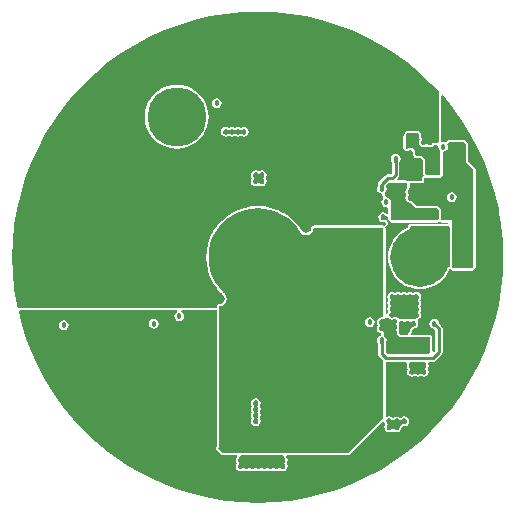
<source format=gbr>
G04 Layer_Physical_Order=4*
G04 Layer_Color=16711680*
%FSLAX25Y25*%
%MOIN*%
%TF.FileFunction,Copper,L4,Bot,Signal*%
%TF.Part,Single*%
G01*
G75*
%ADD26C,0.01000*%
%TA.AperFunction,ConnectorPad*%
%ADD31C,0.19685*%
%TA.AperFunction,ViaPad*%
%ADD32C,0.01800*%
%TA.AperFunction,ConnectorPad*%
G04:AMPARAMS|DCode=37|XSize=472.44mil|YSize=433.07mil|CornerRadius=64.96mil|HoleSize=0mil|Usage=FLASHONLY|Rotation=60.000|XOffset=0mil|YOffset=0mil|HoleType=Round|Shape=RoundedRectangle|*
%AMROUNDEDRECTD37*
21,1,0.47244,0.30315,0,0,60.0*
21,1,0.34252,0.43307,0,0,60.0*
1,1,0.12992,0.21690,0.07253*
1,1,0.12992,0.04564,-0.22410*
1,1,0.12992,-0.21690,-0.07253*
1,1,0.12992,-0.04564,0.22410*
%
%ADD37ROUNDEDRECTD37*%
%TA.AperFunction,ConnectorPad*%
%ADD38C,0.31890*%
G36*
X139346Y73834D02*
X139638Y73638D01*
X139834Y73346D01*
X139903Y73000D01*
X139834Y72655D01*
X139681Y72425D01*
X139566Y72149D01*
Y71851D01*
X139680Y71575D01*
X139834Y71346D01*
X139903Y71000D01*
X139834Y70655D01*
X139681Y70425D01*
X139566Y70149D01*
Y69851D01*
X139680Y69575D01*
X139834Y69345D01*
X139903Y69000D01*
X139834Y68655D01*
X139681Y68425D01*
X139566Y68149D01*
Y67851D01*
X139680Y67575D01*
X139834Y67345D01*
X139903Y67000D01*
X139834Y66654D01*
X139638Y66362D01*
X139237Y66094D01*
X139198Y66077D01*
X139145Y66024D01*
X139082Y65982D01*
X139040Y65920D01*
X138987Y65867D01*
X138644Y65554D01*
X138000Y65682D01*
X137356Y65554D01*
X137275Y65500D01*
X136725D01*
X136644Y65554D01*
X136000Y65682D01*
X135356Y65554D01*
X135275Y65500D01*
X134725D01*
X134644Y65554D01*
X134000Y65682D01*
X133725Y65628D01*
X133338Y65578D01*
X133136Y65842D01*
X133111Y65866D01*
X133047Y65949D01*
X133041Y65958D01*
X132978Y66000D01*
X132925Y66053D01*
X132855Y66082D01*
X132793Y66124D01*
X132719Y66138D01*
X132659Y66163D01*
X132425Y66320D01*
X132149Y66434D01*
X131851D01*
X131575Y66320D01*
X131345Y66166D01*
X131000Y66097D01*
X130655Y66166D01*
X130362Y66362D01*
X130320Y66425D01*
X130266Y66478D01*
X130225Y66541D01*
X130179Y66626D01*
X130093Y66847D01*
X130094Y67098D01*
X130115Y67169D01*
X130138Y67216D01*
X130140Y67243D01*
X130151Y67269D01*
X130166Y67345D01*
X130319Y67575D01*
X130434Y67851D01*
Y68149D01*
X130320Y68425D01*
X130166Y68655D01*
X130097Y69000D01*
X130166Y69345D01*
X130319Y69575D01*
X130434Y69851D01*
Y70149D01*
X130320Y70425D01*
X130166Y70654D01*
X130097Y71000D01*
X130166Y71345D01*
X130319Y71575D01*
X130434Y71851D01*
Y72149D01*
X130320Y72425D01*
X130166Y72654D01*
X130097Y73000D01*
X130166Y73346D01*
X130362Y73638D01*
X130655Y73834D01*
X131000Y73903D01*
X131345Y73834D01*
X131575Y73681D01*
X131851Y73566D01*
X132149D01*
X132425Y73680D01*
X132655Y73834D01*
X133000Y73903D01*
X133345Y73834D01*
X133575Y73681D01*
X133851Y73566D01*
X134149D01*
X134425Y73680D01*
X134654Y73834D01*
X135000Y73903D01*
X135345Y73834D01*
X135575Y73681D01*
X135851Y73566D01*
X136149D01*
X136425Y73680D01*
X136654Y73834D01*
X137000Y73903D01*
X137345Y73834D01*
X137575Y73681D01*
X137851Y73566D01*
X138149D01*
X138425Y73680D01*
X138654Y73834D01*
X139000Y73903D01*
X139346Y73834D01*
D02*
G37*
G36*
X88336Y102422D02*
X90435Y102004D01*
X92462Y101316D01*
X94381Y100370D01*
X96161Y99181D01*
X97770Y97770D01*
X99181Y96161D01*
X100130Y94740D01*
X100160Y94759D01*
X100491Y94264D01*
X101318Y93712D01*
X102293Y93518D01*
X103269Y93712D01*
X104096Y94264D01*
X104648Y95091D01*
X104829Y96000D01*
X128000D01*
Y66477D01*
X127998Y66475D01*
X127653Y66192D01*
X127642Y66188D01*
X127612Y66167D01*
X127575Y66171D01*
X127564Y66170D01*
X127500Y66182D01*
X126856Y66054D01*
X126730Y65970D01*
X126730Y65970D01*
X126310Y65690D01*
X125946Y65144D01*
X125818Y64500D01*
X125946Y63856D01*
X126142Y63563D01*
X126168Y63500D01*
X126142Y63437D01*
X125946Y63144D01*
X125818Y62500D01*
X125946Y61856D01*
X126030Y61730D01*
X126030Y61730D01*
X126310Y61310D01*
X126856Y60946D01*
X127160Y60885D01*
X127334Y60542D01*
X127124Y60108D01*
X126856Y60054D01*
X126310Y59690D01*
X125946Y59144D01*
X125818Y58500D01*
X125946Y57856D01*
X126222Y57443D01*
X126225Y57392D01*
Y54000D01*
X126322Y53512D01*
X126599Y53099D01*
X128000Y51698D01*
Y32500D01*
X116500Y21000D01*
X74500D01*
X73000Y22500D01*
X73331Y22831D01*
Y69843D01*
X74307Y70037D01*
X75134Y70590D01*
X75686Y71417D01*
X75880Y72392D01*
X75686Y73368D01*
X75354Y73864D01*
X75348Y73874D01*
X75348Y73874D01*
X75134Y74195D01*
X75065Y74252D01*
X75065Y74252D01*
X74632Y74632D01*
X73221Y76241D01*
X72032Y78020D01*
X71085Y79940D01*
X70397Y81966D01*
X69980Y84065D01*
X69840Y86201D01*
X69980Y88336D01*
X70397Y90435D01*
X71085Y92462D01*
X72032Y94381D01*
X73221Y96161D01*
X74632Y97770D01*
X76241Y99181D01*
X78020Y100370D01*
X79940Y101316D01*
X81966Y102004D01*
X84065Y102422D01*
X86201Y102562D01*
X88336Y102422D01*
D02*
G37*
G36*
X129810Y65810D02*
X130356Y65446D01*
X131000Y65318D01*
X131644Y65446D01*
X132000Y65684D01*
X132356Y65446D01*
X132500Y65417D01*
Y64725D01*
X132446Y64644D01*
X132318Y64000D01*
X132446Y63356D01*
X132500Y63275D01*
Y62725D01*
X132446Y62644D01*
X132318Y62000D01*
X132446Y61356D01*
X132500Y61275D01*
Y60500D01*
X133000Y60000D01*
X133500Y59500D01*
X143500D01*
Y58500D01*
Y54500D01*
X143000Y54000D01*
X129302D01*
X128774Y54528D01*
Y55000D01*
Y57437D01*
X129054Y57856D01*
X129182Y58500D01*
X129054Y59144D01*
X128690Y59690D01*
X128240Y59990D01*
X128325Y60296D01*
X128329Y60353D01*
X128347Y60407D01*
X128340Y60500D01*
X128347Y60593D01*
X128329Y60647D01*
X128325Y60704D01*
X128237Y61022D01*
X128182Y61130D01*
X128136Y61243D01*
X128115Y61263D01*
X128103Y61288D01*
X128011Y61368D01*
X127925Y61453D01*
X127898Y61465D01*
X127876Y61483D01*
X127761Y61521D01*
X127649Y61568D01*
X127155Y61666D01*
X126862Y61862D01*
X126666Y62155D01*
X126597Y62500D01*
X126666Y62845D01*
X126820Y63075D01*
X126820Y63075D01*
X126820Y63075D01*
Y63075D01*
X126829Y63099D01*
X126934Y63351D01*
Y63649D01*
D01*
Y63649D01*
X126839Y63877D01*
X126820Y63925D01*
Y63925D01*
X126820Y63925D01*
X126820Y63925D01*
X126666Y64154D01*
X126597Y64500D01*
X126666Y64846D01*
X126862Y65138D01*
X127155Y65334D01*
X127515Y65406D01*
X127539Y65399D01*
X127650Y65410D01*
X127763D01*
X127798Y65424D01*
X127836Y65428D01*
X127935Y65481D01*
X128038Y65524D01*
X128065Y65551D01*
X128099Y65569D01*
X128485Y65886D01*
X128509Y65915D01*
X128541Y65936D01*
X128583Y66000D01*
X129684D01*
X129810Y65810D01*
D02*
G37*
G36*
X136000Y110868D02*
Y109316D01*
X136000Y109316D01*
X135810Y109190D01*
X135446Y108644D01*
X135318Y108000D01*
X135446Y107356D01*
X135642Y107063D01*
X135668Y107000D01*
X135642Y106937D01*
X135446Y106644D01*
X135318Y106000D01*
X135446Y105356D01*
X135530Y105230D01*
X135530Y105230D01*
X135810Y104810D01*
X136356Y104446D01*
X137000Y104318D01*
X137152Y104348D01*
X137152Y104348D01*
X138776Y102724D01*
X138776Y102724D01*
X139000Y102500D01*
X145925D01*
X145994Y102486D01*
X146053Y102447D01*
X146447Y102053D01*
X146486Y101994D01*
X146500Y101925D01*
X146500D01*
X146500Y101925D01*
Y99000D01*
X146000Y98500D01*
X131000D01*
X130500Y99000D01*
Y103775D01*
X130554Y103856D01*
X130682Y104500D01*
X130554Y105144D01*
X130190Y105690D01*
X129644Y106054D01*
X129397Y106103D01*
X128500Y107000D01*
Y107684D01*
X128690Y107810D01*
X129054Y108356D01*
X129182Y109000D01*
X129054Y109644D01*
X128795Y110033D01*
X129762Y111000D01*
X135555D01*
X136000Y110868D01*
D02*
G37*
G36*
X151132Y136024D02*
X154252Y131671D01*
X157080Y127123D01*
X159605Y122400D01*
X161815Y117521D01*
X163701Y112509D01*
X165256Y107384D01*
X166472Y102168D01*
X166697Y100809D01*
X167208Y97715D01*
X167345Y96884D01*
X167870Y91554D01*
X168045Y86201D01*
X167870Y80848D01*
X167345Y75518D01*
X166472Y70234D01*
X165256Y65018D01*
X163701Y59893D01*
X161815Y54880D01*
X159605Y50002D01*
X157080Y45279D01*
X154252Y40731D01*
X151132Y36377D01*
X147734Y32237D01*
X144073Y28328D01*
X140164Y24667D01*
X136024Y21269D01*
X131671Y18150D01*
X127123Y15322D01*
X122400Y12797D01*
X117521Y10587D01*
X112509Y8700D01*
X107384Y7145D01*
X102168Y5929D01*
X96884Y5057D01*
X91554Y4532D01*
X86201Y4357D01*
X80848Y4532D01*
X75518Y5057D01*
X70234Y5929D01*
X65018Y7145D01*
X59893Y8700D01*
X54880Y10587D01*
X50002Y12797D01*
X45279Y15322D01*
X44419Y15856D01*
X43000Y16739D01*
X40731Y18150D01*
X36377Y21269D01*
X32237Y24667D01*
X28328Y28328D01*
X24667Y32237D01*
X21269Y36377D01*
X18150Y40731D01*
X15322Y45279D01*
X12797Y50002D01*
X10587Y54880D01*
X8700Y59893D01*
X7145Y65018D01*
X6446Y68018D01*
X6491Y68174D01*
X6847Y68500D01*
X59192D01*
X59241Y68365D01*
X59275Y68000D01*
X58810Y67690D01*
X58446Y67144D01*
X58318Y66500D01*
X58446Y65856D01*
X58810Y65310D01*
X59356Y64946D01*
X60000Y64818D01*
X60644Y64946D01*
X61190Y65310D01*
X61554Y65856D01*
X61682Y66500D01*
X61554Y67144D01*
X61190Y67690D01*
X60725Y68000D01*
X60759Y68365D01*
X60808Y68500D01*
X72567D01*
Y55500D01*
Y23148D01*
X72459Y23041D01*
X72294Y22793D01*
X72235Y22500D01*
X72294Y22207D01*
X72459Y21959D01*
X73959Y20459D01*
X74207Y20293D01*
X74500Y20235D01*
X78967D01*
X79124Y20144D01*
X79129Y20137D01*
X79310Y19690D01*
X79030Y19270D01*
X79030Y19270D01*
X78946Y19144D01*
X78818Y18500D01*
X78946Y17856D01*
X79142Y17563D01*
X79168Y17500D01*
X79142Y17437D01*
X78946Y17144D01*
X78818Y16500D01*
X78946Y15856D01*
X79030Y15730D01*
X79030Y15730D01*
X79310Y15310D01*
X79856Y14946D01*
X80500Y14818D01*
X81144Y14946D01*
X81437Y15142D01*
X81500Y15168D01*
X81563Y15142D01*
X81856Y14946D01*
X82500Y14818D01*
X83144Y14946D01*
X83437Y15142D01*
X83500Y15168D01*
X83563Y15142D01*
X83856Y14946D01*
X84500Y14818D01*
X85144Y14946D01*
X85437Y15142D01*
X85500Y15168D01*
X85563Y15142D01*
X85856Y14946D01*
X86500Y14818D01*
X87144Y14946D01*
X87437Y15142D01*
X87500Y15168D01*
X87563Y15142D01*
X87856Y14946D01*
X88500Y14818D01*
X89144Y14946D01*
X89437Y15142D01*
X89500Y15168D01*
X89563Y15142D01*
X89856Y14946D01*
X90500Y14818D01*
X91144Y14946D01*
X91437Y15142D01*
X91500Y15168D01*
X91563Y15142D01*
X91856Y14946D01*
X92500Y14818D01*
X93144Y14946D01*
X93437Y15142D01*
X93500Y15168D01*
X93563Y15142D01*
X93856Y14946D01*
X94500Y14818D01*
X95144Y14946D01*
X95270Y15030D01*
X95270Y15030D01*
X95690Y15310D01*
X96054Y15856D01*
X96182Y16500D01*
X96054Y17144D01*
X95858Y17437D01*
X95832Y17500D01*
X95858Y17563D01*
X96054Y17856D01*
X96182Y18500D01*
X96054Y19144D01*
X95970Y19270D01*
X95970Y19270D01*
X95690Y19690D01*
X95871Y20137D01*
X95876Y20143D01*
X96033Y20235D01*
X116500D01*
X116500Y20235D01*
X116793Y20293D01*
X117041Y20459D01*
X117041Y20459D01*
X127744Y31162D01*
X127857Y31202D01*
X127893Y31207D01*
D01*
X128361Y31126D01*
X128389Y31103D01*
X128396Y31068D01*
X128410Y31033D01*
X128416Y31005D01*
X128416Y31005D01*
X128446Y30856D01*
X128530Y30730D01*
X128530Y30730D01*
X128530Y30730D01*
X128642Y30563D01*
X128668Y30500D01*
X128642Y30437D01*
X128446Y30144D01*
X128318Y29500D01*
X128446Y28856D01*
X128530Y28730D01*
X128530Y28730D01*
X128810Y28310D01*
X129356Y27946D01*
X130000Y27818D01*
X130644Y27946D01*
X130857Y28089D01*
X131213Y28262D01*
X131250Y28275D01*
X131287Y28262D01*
X131643Y28089D01*
X131856Y27946D01*
X132005Y27916D01*
X132005Y27916D01*
X132500Y27818D01*
X133144Y27946D01*
X133270Y28030D01*
X133270Y28030D01*
X133690Y28310D01*
X134054Y28856D01*
X134172Y29447D01*
X134174Y29453D01*
X134185Y29505D01*
X134224Y29541D01*
X134237Y29557D01*
X134592Y29875D01*
X134615Y29890D01*
X134642Y29889D01*
X135000Y29818D01*
X135644Y29946D01*
X135770Y30030D01*
X135770Y30030D01*
X136190Y30310D01*
X136554Y30856D01*
X136682Y31500D01*
X136554Y32144D01*
X136470Y32270D01*
X136470Y32270D01*
X136190Y32690D01*
X135644Y33054D01*
X135000Y33182D01*
X134356Y33054D01*
X134143Y32912D01*
X133787Y32737D01*
X133750Y32725D01*
X133713Y32737D01*
X133357Y32912D01*
X133144Y33054D01*
X132995Y33084D01*
X132995Y33084D01*
X132500Y33182D01*
X131856Y33054D01*
X131643Y32912D01*
X131287Y32737D01*
X131250Y32725D01*
X131213Y32737D01*
X130857Y32912D01*
X130644Y33054D01*
X130495Y33084D01*
X130495Y33084D01*
X130000Y33182D01*
X129356Y33054D01*
X129324Y33033D01*
X129321Y33032D01*
X129293Y33021D01*
X129263Y33001D01*
X129227Y33004D01*
X128849Y33261D01*
D01*
X128836Y33277D01*
X128765Y33411D01*
Y51032D01*
X129000Y51226D01*
X135584D01*
X135591Y51223D01*
X135739Y51118D01*
D01*
X135989Y50764D01*
X135989Y50763D01*
X135993Y50727D01*
X135972Y50697D01*
X135970Y50691D01*
X135967Y50676D01*
X135946Y50644D01*
X135818Y50000D01*
X135946Y49356D01*
X136142Y49063D01*
X136168Y49000D01*
X136142Y48937D01*
X135946Y48644D01*
X135818Y48000D01*
X135946Y47356D01*
X136030Y47230D01*
X136030Y47230D01*
X136310Y46810D01*
X136856Y46446D01*
X137500Y46318D01*
X138144Y46446D01*
X138437Y46642D01*
X138500Y46668D01*
X138563Y46642D01*
X138856Y46446D01*
X139500Y46318D01*
X140144Y46446D01*
X140437Y46642D01*
X140500Y46668D01*
X140563Y46642D01*
X140856Y46446D01*
X141500Y46318D01*
X142144Y46446D01*
X142270Y46530D01*
X142270Y46530D01*
X142690Y46810D01*
X143054Y47356D01*
X143182Y48000D01*
X143054Y48644D01*
X142858Y48937D01*
X142832Y49000D01*
X142858Y49063D01*
X143054Y49356D01*
X143182Y50000D01*
X143054Y50644D01*
X143033Y50676D01*
X143030Y50691D01*
X143027Y50697D01*
X143007Y50727D01*
X143011Y50764D01*
X143261Y51118D01*
D01*
X143409Y51223D01*
X143416Y51226D01*
X144500D01*
X144988Y51323D01*
X145401Y51599D01*
X147401Y53599D01*
X147678Y54012D01*
X147775Y54500D01*
Y62500D01*
X147678Y62988D01*
X147401Y63401D01*
X146669Y64133D01*
X146652Y64155D01*
X146554Y64644D01*
X146190Y65190D01*
X145644Y65554D01*
X145000Y65682D01*
X144356Y65554D01*
X143810Y65190D01*
X143446Y64644D01*
X143318Y64000D01*
X143446Y63356D01*
X143810Y62810D01*
X144356Y62446D01*
X144843Y62349D01*
X144882Y62315D01*
X145226Y61972D01*
Y55028D01*
X144765Y54567D01*
X144265Y54774D01*
Y59500D01*
X144207Y59793D01*
X144041Y60041D01*
X143793Y60207D01*
X143500Y60265D01*
X137533D01*
X137376Y60356D01*
X137371Y60363D01*
X137190Y60810D01*
X137470Y61230D01*
X137470Y61230D01*
X137554Y61356D01*
X137682Y62000D01*
X138000Y62318D01*
X138000Y62318D01*
X138644Y62446D01*
X138770Y62530D01*
X138770Y62530D01*
X139190Y62810D01*
X139554Y63356D01*
X139682Y64000D01*
X139554Y64644D01*
X139473Y64766D01*
X139446Y64831D01*
X139445Y64831D01*
X139507Y65264D01*
X139584Y65380D01*
X139644Y65446D01*
X140190Y65810D01*
X140554Y66356D01*
X140682Y67000D01*
X140554Y67644D01*
X140358Y67937D01*
X140332Y68000D01*
X140358Y68063D01*
X140554Y68356D01*
X140682Y69000D01*
X140554Y69644D01*
X140358Y69937D01*
X140332Y70000D01*
X140358Y70063D01*
X140554Y70356D01*
X140682Y71000D01*
X140554Y71644D01*
X140358Y71937D01*
X140332Y72000D01*
X140358Y72063D01*
X140554Y72356D01*
X140682Y73000D01*
X140554Y73644D01*
X140531Y73679D01*
X140470Y73770D01*
D01*
D01*
X140470Y73770D01*
X140190Y74190D01*
X139644Y74554D01*
X139000Y74682D01*
X138356Y74554D01*
X138063Y74358D01*
X138000Y74332D01*
X137937Y74358D01*
X137644Y74554D01*
X137000Y74682D01*
X136356Y74554D01*
X136063Y74358D01*
X136000Y74332D01*
X135937Y74358D01*
X135644Y74554D01*
X135000Y74682D01*
X134356Y74554D01*
X134063Y74358D01*
X134000Y74332D01*
X133937Y74358D01*
X133644Y74554D01*
X133000Y74682D01*
X132356Y74554D01*
X132063Y74358D01*
X132000Y74332D01*
X131937Y74358D01*
X131644Y74554D01*
X131000Y74682D01*
X130356Y74554D01*
X130230Y74470D01*
X130230Y74470D01*
X129810Y74190D01*
X129446Y73644D01*
X129318Y73000D01*
X129446Y72356D01*
X129642Y72063D01*
X129668Y72000D01*
X129642Y71937D01*
X129446Y71644D01*
X129318Y71000D01*
X129446Y70356D01*
X129642Y70063D01*
X129668Y70000D01*
X129642Y69937D01*
X129446Y69644D01*
X129318Y69000D01*
X129446Y68356D01*
X129642Y68063D01*
X129668Y68000D01*
X129642Y67937D01*
X129446Y67644D01*
X129410Y67465D01*
X129379Y67409D01*
X129307Y67355D01*
X129072Y67251D01*
X128926Y67217D01*
X128843Y67219D01*
X128765Y67265D01*
D01*
Y96000D01*
X128733Y96161D01*
Y96161D01*
X128761Y96180D01*
X129311Y96730D01*
X129314Y96733D01*
X129317Y96736D01*
X129396Y96857D01*
X129477Y96978D01*
X129478Y96982D01*
X129480Y96986D01*
X129507Y97128D01*
X129535Y97271D01*
X129534Y97275D01*
X129535Y97279D01*
X129530Y97724D01*
X129501Y97860D01*
X129476Y97996D01*
X129427Y98122D01*
X129380Y98195D01*
X129346Y98274D01*
X129299Y98319D01*
X129265Y98373D01*
X129194Y98422D01*
X129132Y98482D01*
X128991Y98573D01*
X128857Y98627D01*
X128841Y98633D01*
X128828Y98647D01*
X128745Y98872D01*
X128708Y98868D01*
X128609Y98816D01*
X128505Y98773D01*
X128345Y98666D01*
X128000Y98597D01*
X127655Y98666D01*
X127362Y98862D01*
X127166Y99155D01*
X127097Y99500D01*
X127166Y99845D01*
X127362Y100138D01*
X127655Y100334D01*
X128000Y100403D01*
X128346Y100334D01*
X128656Y100127D01*
X128731Y100065D01*
X128811Y99985D01*
X128846Y99971D01*
X128875Y99947D01*
X128982Y99914D01*
X129086Y99871D01*
X129124D01*
X129160Y99860D01*
X129235Y99867D01*
X129285Y99862D01*
X129673Y99564D01*
X129673Y99554D01*
X129735Y99528D01*
Y99000D01*
X129735Y99000D01*
X129794Y98707D01*
X129959Y98459D01*
X130459Y97959D01*
X130671Y97818D01*
X130707Y97794D01*
X131000Y97735D01*
X146000D01*
X146000Y97735D01*
X146293Y97794D01*
X146541Y97959D01*
X146580Y97998D01*
X147083Y97959D01*
X147156Y97910D01*
X147220Y97850D01*
X147279Y97828D01*
X147331Y97794D01*
X147417Y97776D01*
X147499Y97745D01*
X147562Y97747D01*
X147624Y97735D01*
X149439D01*
X149563Y97526D01*
X149374Y97211D01*
X137123D01*
X137086Y97204D01*
X137048Y97208D01*
X136941Y97175D01*
X136830Y97153D01*
X136799Y97132D01*
X136762Y97121D01*
X136676Y97050D01*
X136582Y96987D01*
X136561Y96956D01*
X136532Y96932D01*
X136404Y96775D01*
X136352Y96678D01*
X136290Y96587D01*
X136145Y96244D01*
X136129Y96168D01*
X136100Y96096D01*
X136085Y96022D01*
Y95947D01*
X136085Y95947D01*
X135412Y95668D01*
X133991Y94797D01*
X133945Y94758D01*
X133945Y94758D01*
X132723Y93714D01*
X131640Y92446D01*
X130769Y91025D01*
X130131Y89484D01*
X129742Y87863D01*
X129611Y86201D01*
X129742Y84539D01*
X130131Y82917D01*
X130769Y81377D01*
X131640Y79955D01*
X131679Y79910D01*
X131679Y79910D01*
X132723Y78688D01*
X133991Y77605D01*
X135412Y76734D01*
X136953Y76096D01*
X138574Y75706D01*
X140236Y75576D01*
X141898Y75706D01*
X143520Y76096D01*
X145060Y76734D01*
X146482Y77605D01*
X146527Y77644D01*
X146527Y77644D01*
X147749Y78688D01*
X148832Y79955D01*
X149703Y81377D01*
X149726Y81433D01*
X149726Y81433D01*
X149973Y82028D01*
X150004Y82075D01*
X150010Y82089D01*
X150025Y82096D01*
X150069Y82129D01*
X150134Y82145D01*
X150140Y82148D01*
X150148Y82149D01*
X150212Y82166D01*
X150286Y82171D01*
X150406Y82203D01*
X150528Y82227D01*
X150538Y82234D01*
X150813Y81959D01*
X151061Y81793D01*
X151354Y81735D01*
X157500Y81735D01*
X157500Y81735D01*
X157793Y81793D01*
X158041Y81959D01*
X158541Y82459D01*
X158706Y82707D01*
X158765Y83000D01*
Y100636D01*
Y103500D01*
Y115500D01*
X158706Y115793D01*
X158541Y116041D01*
X158541Y116041D01*
X156265Y118317D01*
Y124000D01*
X156265Y124000D01*
X156207Y124293D01*
X156041Y124541D01*
X155541Y125041D01*
X155293Y125206D01*
X155000Y125265D01*
X149888D01*
X149595Y125206D01*
X149347Y125041D01*
X148804Y124498D01*
X148781Y124463D01*
X148644Y124554D01*
X148000Y124682D01*
X147753Y124633D01*
X147265Y125046D01*
Y139986D01*
X147619Y140126D01*
X147765Y140128D01*
X151132Y136024D01*
D02*
G37*
G36*
X150235Y96093D02*
X150235Y82934D01*
X150087Y82924D01*
X149949Y82887D01*
X149811Y82853D01*
X149676Y82789D01*
X149571Y82711D01*
X149461Y82638D01*
X149451Y82623D01*
X149436Y82612D01*
X149368Y82499D01*
X149295Y82390D01*
X149020Y81725D01*
X148212Y80406D01*
X147207Y79230D01*
X146031Y78225D01*
X144712Y77417D01*
X143283Y76825D01*
X141778Y76464D01*
X140236Y76343D01*
X138694Y76464D01*
X137190Y76825D01*
X135761Y77417D01*
X134442Y78225D01*
X133265Y79230D01*
X132261Y80406D01*
X131453Y81725D01*
X130860Y83154D01*
X130499Y84659D01*
X130378Y86201D01*
X130499Y87743D01*
X130860Y89247D01*
X131453Y90676D01*
X132261Y91995D01*
X133265Y93172D01*
X134442Y94176D01*
X135761Y94985D01*
X136378Y95240D01*
X136440Y95282D01*
X136510Y95311D01*
X136563Y95364D01*
X136626Y95406D01*
X136668Y95468D01*
X136721Y95522D01*
X136750Y95591D01*
X136792Y95654D01*
X136806Y95728D01*
X136835Y95797D01*
Y95873D01*
X136850Y95947D01*
X136995Y96290D01*
X137123Y96447D01*
X149882D01*
X150235Y96093D01*
D02*
G37*
G36*
X141941Y51172D02*
X141959Y51156D01*
X142140Y50956D01*
X142239Y50801D01*
X142250Y50689D01*
Y50576D01*
X142264Y50541D01*
X142268Y50503D01*
X142321Y50405D01*
X142323Y50398D01*
X142403Y50000D01*
X142334Y49655D01*
X142181Y49425D01*
X142066Y49149D01*
Y48851D01*
X142180Y48575D01*
X142334Y48345D01*
X142403Y48000D01*
X142334Y47655D01*
X142138Y47362D01*
X141846Y47166D01*
X141500Y47097D01*
X141155Y47166D01*
X140925Y47319D01*
X140649Y47434D01*
X140351D01*
X140075Y47319D01*
X139846Y47166D01*
X139500Y47097D01*
X139155Y47166D01*
X138925Y47319D01*
X138649Y47434D01*
X138351D01*
X138075Y47319D01*
X137846Y47166D01*
X137500Y47097D01*
X137154Y47166D01*
X136862Y47362D01*
X136666Y47655D01*
X136597Y48000D01*
X136666Y48345D01*
X136820Y48575D01*
X136934Y48851D01*
Y49149D01*
X136820Y49425D01*
X136666Y49655D01*
X136597Y50000D01*
X136677Y50398D01*
X136679Y50404D01*
X136732Y50503D01*
X136736Y50541D01*
X136750Y50576D01*
Y50689D01*
X136761Y50801D01*
X136860Y50956D01*
X137041Y51156D01*
X137058Y51172D01*
X137155Y51226D01*
X141845D01*
X141941Y51172D01*
D02*
G37*
G36*
X135345Y32334D02*
X135638Y32138D01*
X135834Y31845D01*
X135903Y31500D01*
X135834Y31155D01*
X135638Y30862D01*
X135345Y30666D01*
X135000Y30597D01*
X134763Y30645D01*
X134709D01*
X134656Y30658D01*
X134561Y30645D01*
X134465D01*
X134414Y30624D01*
X134361Y30616D01*
X134278Y30567D01*
X134189Y30530D01*
X134151Y30492D01*
X134104Y30464D01*
X133671Y30077D01*
X133613Y30000D01*
X133545Y29932D01*
X133524Y29882D01*
X133492Y29839D01*
X133468Y29746D01*
X133431Y29657D01*
Y29642D01*
X133334Y29155D01*
X133138Y28862D01*
X132845Y28666D01*
X132500Y28597D01*
X132155Y28666D01*
X132068Y28724D01*
X132020Y28744D01*
X131979Y28775D01*
X131586Y28967D01*
X131540Y28980D01*
X131498Y29004D01*
X131397Y29018D01*
X131298Y29044D01*
X131250Y29037D01*
X131202Y29044D01*
X131103Y29018D01*
X131002Y29004D01*
X130960Y28980D01*
X130914Y28967D01*
X130521Y28775D01*
X130480Y28744D01*
X130432Y28724D01*
X130345Y28666D01*
X130000Y28597D01*
X129655Y28666D01*
X129362Y28862D01*
X129166Y29155D01*
X129097Y29500D01*
X129166Y29845D01*
X129320Y30075D01*
X129434Y30351D01*
Y30649D01*
X129320Y30925D01*
X129166Y31155D01*
X129146Y31256D01*
X129103Y31360D01*
X129070Y31468D01*
X129046Y31497D01*
X129032Y31532D01*
X128952Y31612D01*
X128881Y31698D01*
X128874Y31715D01*
X129187Y32228D01*
X129215Y32235D01*
X129302Y32243D01*
X129414D01*
X129449Y32258D01*
X129487Y32261D01*
X129586Y32314D01*
X129613Y32326D01*
X130000Y32403D01*
X130345Y32334D01*
X130432Y32276D01*
X130480Y32256D01*
X130521Y32225D01*
X130914Y32032D01*
X130960Y32020D01*
X131002Y31996D01*
X131103Y31982D01*
X131202Y31956D01*
X131250Y31962D01*
X131298Y31956D01*
X131397Y31982D01*
X131498Y31996D01*
X131540Y32020D01*
X131586Y32032D01*
X131979Y32225D01*
X132020Y32256D01*
X132068Y32276D01*
X132155Y32334D01*
X132500Y32403D01*
X132845Y32334D01*
X132932Y32276D01*
X132980Y32256D01*
X133021Y32225D01*
X133414Y32032D01*
X133460Y32020D01*
X133502Y31996D01*
X133603Y31982D01*
X133702Y31956D01*
X133750Y31962D01*
X133798Y31956D01*
X133897Y31982D01*
X133998Y31996D01*
X134040Y32020D01*
X134086Y32032D01*
X134479Y32225D01*
X134520Y32256D01*
X134567Y32276D01*
X134655Y32334D01*
X135000Y32403D01*
X135345Y32334D01*
D02*
G37*
G36*
X94521Y20230D02*
X94862Y19785D01*
X94868Y19735D01*
X94860Y19660D01*
X94871Y19624D01*
Y19586D01*
X94914Y19482D01*
X94947Y19375D01*
X94971Y19345D01*
X94985Y19310D01*
X95065Y19231D01*
X95127Y19156D01*
X95334Y18845D01*
X95403Y18500D01*
X95334Y18155D01*
X95180Y17925D01*
X95066Y17649D01*
Y17351D01*
X95180Y17075D01*
X95334Y16845D01*
X95403Y16500D01*
X95334Y16155D01*
X95138Y15862D01*
X94845Y15666D01*
X94500Y15597D01*
X94155Y15666D01*
X93925Y15820D01*
X93649Y15934D01*
X93351D01*
X93075Y15820D01*
X92845Y15666D01*
X92500Y15597D01*
X92155Y15666D01*
X91925Y15820D01*
X91649Y15934D01*
X91351D01*
X91075Y15820D01*
X90846Y15666D01*
X90500Y15597D01*
X90155Y15666D01*
X89925Y15820D01*
X89649Y15934D01*
X89351D01*
X89075Y15820D01*
X88845Y15666D01*
X88500Y15597D01*
X88155Y15666D01*
X87925Y15820D01*
X87649Y15934D01*
X87351D01*
X87075Y15820D01*
X86845Y15666D01*
X86500Y15597D01*
X86155Y15666D01*
X85925Y15820D01*
X85649Y15934D01*
X85351D01*
X85075Y15820D01*
X84846Y15666D01*
X84500Y15597D01*
X84155Y15666D01*
X83925Y15820D01*
X83649Y15934D01*
X83351D01*
X83075Y15820D01*
X82845Y15666D01*
X82500Y15597D01*
X82155Y15666D01*
X81925Y15820D01*
X81649Y15934D01*
X81351D01*
X81075Y15820D01*
X80845Y15666D01*
X80500Y15597D01*
X80155Y15666D01*
X79862Y15862D01*
X79666Y16155D01*
X79597Y16500D01*
X79666Y16845D01*
X79820Y17075D01*
X79934Y17351D01*
Y17649D01*
X79820Y17925D01*
X79666Y18155D01*
X79597Y18500D01*
X79666Y18845D01*
X79873Y19155D01*
X79935Y19231D01*
X80015Y19310D01*
X80029Y19345D01*
X80053Y19375D01*
X80086Y19482D01*
X80129Y19586D01*
Y19624D01*
X80140Y19660D01*
X80133Y19735D01*
X80138Y19785D01*
X80479Y20230D01*
X80486Y20235D01*
X94514D01*
X94521Y20230D01*
D02*
G37*
G36*
X134383Y64826D02*
X134432Y64793D01*
X134506Y64779D01*
X134576Y64750D01*
X134651D01*
X134725Y64735D01*
X135275D01*
X135349Y64750D01*
X135424D01*
X135494Y64779D01*
X135568Y64793D01*
X135617Y64826D01*
X136000Y64903D01*
X136383Y64826D01*
X136432Y64793D01*
X136506Y64779D01*
X136576Y64750D01*
X136651D01*
X136725Y64735D01*
X137275D01*
X137349Y64750D01*
X137424D01*
X137494Y64779D01*
X137568Y64793D01*
X137617Y64826D01*
X138000Y64903D01*
X138495Y64804D01*
X138552D01*
X138608Y64790D01*
X138682Y64676D01*
X138739Y64538D01*
X138795Y64404D01*
X138834Y64346D01*
X138903Y64000D01*
X138834Y63655D01*
X138638Y63362D01*
X138346Y63166D01*
X137851Y63068D01*
X137781Y63039D01*
X137707Y63024D01*
X137645Y62982D01*
X137575Y62954D01*
X137522Y62900D01*
X137459Y62858D01*
X137142Y62541D01*
X137100Y62478D01*
X137047Y62425D01*
X137018Y62355D01*
X136976Y62293D01*
X136961Y62219D01*
X136932Y62149D01*
X136834Y61655D01*
X136627Y61344D01*
X136565Y61269D01*
X136485Y61190D01*
X136471Y61155D01*
X136447Y61125D01*
X136414Y61018D01*
X136371Y60914D01*
Y60876D01*
X136360Y60840D01*
X136367Y60765D01*
X136362Y60715D01*
X136021Y60270D01*
X136014Y60265D01*
X133817D01*
X133265Y60817D01*
Y61275D01*
X133250Y61349D01*
Y61424D01*
X133221Y61494D01*
X133206Y61568D01*
X133174Y61617D01*
X133097Y62000D01*
X133174Y62383D01*
X133206Y62432D01*
X133221Y62506D01*
X133250Y62576D01*
Y62651D01*
X133265Y62725D01*
Y63275D01*
X133250Y63349D01*
Y63424D01*
X133221Y63494D01*
X133206Y63568D01*
X133174Y63617D01*
X133097Y64000D01*
X133174Y64383D01*
X133206Y64432D01*
X133221Y64506D01*
X133250Y64576D01*
X133436Y64819D01*
X133823Y64869D01*
X133847Y64878D01*
X133874D01*
X134000Y64903D01*
X134383Y64826D01*
D02*
G37*
G36*
X145903Y63953D02*
X145914Y63911D01*
X145932Y63865D01*
X145957Y63816D01*
X145990Y63763D01*
X146030Y63706D01*
X146133Y63582D01*
X146195Y63514D01*
X146265Y63443D01*
X145557Y62735D01*
X145486Y62805D01*
X145294Y62970D01*
X145237Y63010D01*
X145184Y63043D01*
X145135Y63068D01*
X145089Y63086D01*
X145047Y63097D01*
X145009Y63100D01*
X145900Y63991D01*
X145903Y63953D01*
D02*
G37*
G36*
X128105Y57828D02*
X128083Y57791D01*
X128064Y57746D01*
X128047Y57693D01*
X128033Y57632D01*
X128021Y57564D01*
X128005Y57403D01*
X128001Y57311D01*
X128000Y57212D01*
X127000D01*
X126999Y57311D01*
X126979Y57564D01*
X126968Y57632D01*
X126953Y57693D01*
X126936Y57746D01*
X126917Y57791D01*
X126895Y57828D01*
X126870Y57857D01*
X128130D01*
X128105Y57828D01*
D02*
G37*
G36*
X139917Y127000D02*
X139818Y126500D01*
X139946Y125856D01*
X140184Y125500D01*
X139946Y125144D01*
X139818Y124500D01*
X139946Y123856D01*
X140310Y123310D01*
X140856Y122946D01*
X141500Y122818D01*
X142144Y122946D01*
X142500Y123184D01*
X142856Y122946D01*
X143500Y122818D01*
X144144Y122946D01*
X144690Y123310D01*
X144816Y123500D01*
X146023D01*
X146340Y123114D01*
X146318Y123000D01*
X146446Y122356D01*
X146810Y121810D01*
X147090Y121485D01*
X147079Y121449D01*
X147058Y121417D01*
X147036Y121307D01*
X147004Y121200D01*
X147007Y121162D01*
X147000Y121124D01*
Y113575D01*
X146987Y113513D01*
X146925Y113500D01*
X142316D01*
X142113Y113834D01*
X142076Y114009D01*
Y118924D01*
X141000Y120000D01*
X138872D01*
X138583Y120500D01*
X138682Y121000D01*
X138554Y121644D01*
X138190Y122190D01*
X137644Y122554D01*
X137000Y122682D01*
X136356Y122554D01*
X136000Y122316D01*
X135500Y122556D01*
Y126783D01*
X135914Y127500D01*
X139628D01*
X139917Y127000D01*
D02*
G37*
G36*
X91554Y167870D02*
X96884Y167345D01*
X102168Y166472D01*
X107384Y165256D01*
X112509Y163701D01*
X117521Y161815D01*
X122400Y159605D01*
X127123Y157080D01*
X131671Y154252D01*
X136024Y151132D01*
X140164Y147734D01*
X144073Y144073D01*
X146500Y141482D01*
Y139986D01*
Y124662D01*
X146487Y124621D01*
X146407Y124510D01*
X146153Y124306D01*
X146023Y124265D01*
X144816D01*
X144742Y124250D01*
X144667D01*
X144597Y124221D01*
X144524Y124206D01*
X144461Y124165D01*
X144391Y124136D01*
X144338Y124083D01*
X144275Y124041D01*
X144234Y123978D01*
X144180Y123925D01*
X144138Y123862D01*
X143845Y123666D01*
X143500Y123597D01*
X143155Y123666D01*
X142925Y123819D01*
X142649Y123934D01*
X142351D01*
X142075Y123820D01*
X141846Y123666D01*
X141500Y123597D01*
X141155Y123666D01*
X140862Y123862D01*
X140666Y124154D01*
X140597Y124500D01*
X140666Y124845D01*
X140820Y125075D01*
X140934Y125351D01*
Y125649D01*
X140820Y125925D01*
X140666Y126154D01*
X140597Y126500D01*
X140667Y126851D01*
Y126976D01*
X140675Y127100D01*
X140667Y127124D01*
Y127149D01*
X140619Y127264D01*
X140579Y127383D01*
X140290Y127883D01*
X140224Y127958D01*
X140169Y128041D01*
X140127Y128069D01*
X140093Y128107D01*
X140004Y128151D01*
X139921Y128207D01*
X139871Y128216D01*
X139826Y128239D01*
X139726Y128245D01*
X139628Y128265D01*
X135914D01*
X135816Y128245D01*
X135716Y128239D01*
X135671Y128216D01*
X135622Y128207D01*
X135538Y128151D01*
X135449Y128107D01*
X135415Y128069D01*
X135374Y128041D01*
X135318Y127957D01*
X135252Y127882D01*
X134838Y127165D01*
X134821Y127117D01*
X134793Y127075D01*
X134774Y126977D01*
X134742Y126882D01*
X134745Y126832D01*
X134735Y126783D01*
Y122556D01*
X134760Y122431D01*
X134778Y122303D01*
X134789Y122285D01*
X134793Y122264D01*
X134865Y122157D01*
X134930Y122046D01*
X134947Y122034D01*
X134959Y122016D01*
X135066Y121944D01*
X135169Y121867D01*
X135669Y121627D01*
X135762Y121603D01*
X135851Y121566D01*
X135905D01*
X135958Y121553D01*
X136053Y121566D01*
X136149D01*
X136199Y121587D01*
X136253Y121595D01*
X136336Y121644D01*
X136425Y121680D01*
X136654Y121834D01*
X137000Y121903D01*
X137346Y121834D01*
X137638Y121638D01*
X137834Y121345D01*
X137903Y121000D01*
X137833Y120649D01*
Y120524D01*
X137825Y120400D01*
X137833Y120376D01*
Y120351D01*
X137881Y120236D01*
X137921Y120117D01*
X138210Y119617D01*
X138276Y119542D01*
X138331Y119459D01*
X138373Y119431D01*
X138407Y119393D01*
X138496Y119349D01*
X138579Y119293D01*
X138629Y119284D01*
X138674Y119261D01*
X138774Y119255D01*
X138872Y119235D01*
X140683D01*
X141312Y118607D01*
Y114009D01*
X141327Y113930D01*
X141328Y113850D01*
X141365Y113676D01*
X141416Y113558D01*
X141460Y113437D01*
X141223Y113123D01*
X141212Y113114D01*
X141168Y113060D01*
X141115Y113017D01*
X141059Y112951D01*
X141002Y112848D01*
X140937Y112751D01*
X140931Y112719D01*
X140915Y112690D01*
X140902Y112573D01*
X140879Y112459D01*
Y111748D01*
X136743Y111632D01*
X136608Y111602D01*
X136472Y111574D01*
X136463Y111568D01*
X136452Y111566D01*
X136381Y111515D01*
X136293Y111574D01*
X136253Y111582D01*
X136217Y111601D01*
X135772Y111733D01*
X135662Y111743D01*
X135555Y111765D01*
X132720D01*
X132529Y112227D01*
X133044Y112741D01*
X133320Y113155D01*
X133417Y113643D01*
Y117913D01*
X133420Y117942D01*
X133697Y118356D01*
X133825Y119000D01*
X133697Y119644D01*
X133332Y120190D01*
X132787Y120554D01*
X132143Y120682D01*
X131499Y120554D01*
X130953Y120190D01*
X130588Y119644D01*
X130460Y119000D01*
X130588Y118356D01*
X130864Y117944D01*
X130868Y117892D01*
Y114171D01*
X130472Y113775D01*
X129459D01*
X128972Y113678D01*
X128558Y113401D01*
X126599Y111442D01*
X126322Y111028D01*
X126225Y110541D01*
Y110087D01*
X126223Y110058D01*
X125946Y109644D01*
X125818Y109000D01*
X125946Y108356D01*
X126310Y107810D01*
X126856Y107446D01*
X127500Y107318D01*
X127735Y107124D01*
Y107000D01*
X127794Y106707D01*
X127959Y106459D01*
X128001Y106418D01*
X127937Y105774D01*
X127810Y105690D01*
X127446Y105144D01*
X127318Y104500D01*
X127446Y103856D01*
X127810Y103310D01*
X128356Y102946D01*
X129000Y102818D01*
X129235Y102865D01*
X129735Y102454D01*
Y101033D01*
X129644Y100876D01*
X129637Y100871D01*
X129190Y100690D01*
X128770Y100970D01*
X128770Y100970D01*
X128644Y101054D01*
X128000Y101182D01*
X127356Y101054D01*
X127230Y100970D01*
X127230Y100970D01*
X126810Y100690D01*
X126446Y100144D01*
X126318Y99500D01*
X126446Y98856D01*
X126530Y98730D01*
X126530Y98730D01*
X126810Y98310D01*
X127356Y97946D01*
X128000Y97818D01*
X128575Y97932D01*
X128716Y97840D01*
X128765Y97715D01*
X128770Y97271D01*
X128221Y96721D01*
X128000Y96765D01*
X104829D01*
X104755Y96750D01*
X104680D01*
X104610Y96721D01*
X104536Y96706D01*
X104474Y96665D01*
X104404Y96636D01*
X104351Y96583D01*
X104288Y96541D01*
X104246Y96478D01*
X104193Y96425D01*
X104164Y96355D01*
X104122Y96293D01*
X104108Y96219D01*
X104079Y96149D01*
X103928Y95390D01*
X103544Y94816D01*
X102970Y94432D01*
X102293Y94297D01*
X101616Y94432D01*
X101042Y94816D01*
X100796Y95184D01*
X100701Y95279D01*
X100661Y95323D01*
X99817Y96586D01*
X99781Y96621D01*
X99756Y96665D01*
X98345Y98274D01*
X98305Y98305D01*
X98274Y98345D01*
X96665Y99756D01*
X96621Y99781D01*
X96586Y99817D01*
X94806Y101006D01*
X94760Y101025D01*
X94719Y101056D01*
X92800Y102002D01*
X92751Y102015D01*
X92708Y102041D01*
X90681Y102728D01*
X90631Y102735D01*
X90584Y102754D01*
X88485Y103172D01*
X88435D01*
X88386Y103185D01*
X86251Y103325D01*
X86201Y103318D01*
X86151Y103325D01*
X84015Y103185D01*
X83966Y103172D01*
X83916D01*
X81817Y102754D01*
X81770Y102735D01*
X81721Y102728D01*
X79694Y102041D01*
X79650Y102015D01*
X79602Y102002D01*
X77682Y101056D01*
X77642Y101025D01*
X77595Y101006D01*
X75816Y99817D01*
X75780Y99781D01*
X75737Y99756D01*
X74128Y98345D01*
X74097Y98305D01*
X74057Y98274D01*
X72646Y96665D01*
X72621Y96621D01*
X72585Y96586D01*
X71396Y94806D01*
X71377Y94760D01*
X71346Y94719D01*
X70399Y92800D01*
X70386Y92751D01*
X70361Y92708D01*
X69673Y90681D01*
X69667Y90631D01*
X69647Y90584D01*
X69230Y88485D01*
Y88435D01*
X69217Y88386D01*
X69077Y86251D01*
X69083Y86201D01*
X69077Y86151D01*
X69217Y84015D01*
X69230Y83966D01*
Y83916D01*
X69647Y81817D01*
X69667Y81770D01*
X69673Y81721D01*
X70361Y79694D01*
X70386Y79650D01*
X70399Y79602D01*
X71346Y77682D01*
X71377Y77642D01*
X71396Y77595D01*
X72585Y75816D01*
X72621Y75780D01*
X72646Y75737D01*
X74057Y74128D01*
X74097Y74097D01*
X74128Y74057D01*
X74559Y73679D01*
X74712Y73449D01*
X74718Y73440D01*
X74718Y73440D01*
X74719Y73439D01*
X74966Y73069D01*
X75101Y72392D01*
X74966Y71715D01*
X74582Y71141D01*
X74009Y70757D01*
X73182Y70593D01*
X73113Y70564D01*
X73039Y70550D01*
X72976Y70508D01*
X72907Y70479D01*
X72853Y70426D01*
X72791Y70384D01*
X72749Y70321D01*
X72696Y70268D01*
X72667Y70198D01*
X72625Y70136D01*
X72610Y70062D01*
X72581Y69992D01*
Y69917D01*
X72567Y69843D01*
Y69265D01*
X6736D01*
X6692Y69256D01*
X6648Y69260D01*
X6217Y69421D01*
X6123Y69510D01*
X6085Y69564D01*
X5929Y70234D01*
X5057Y75518D01*
X4532Y80848D01*
X4357Y86201D01*
X4532Y91554D01*
X5057Y96884D01*
X5929Y102168D01*
X7145Y107384D01*
X8700Y112509D01*
X10587Y117521D01*
X12797Y122400D01*
X15322Y127123D01*
X18150Y131671D01*
X21269Y136024D01*
X24667Y140164D01*
X28328Y144073D01*
X32237Y147734D01*
X36377Y151132D01*
X40731Y154252D01*
X45279Y157080D01*
X50002Y159605D01*
X54880Y161815D01*
X59893Y163701D01*
X65018Y165256D01*
X70234Y166472D01*
X75518Y167345D01*
X80848Y167870D01*
X86201Y168045D01*
X91554Y167870D01*
D02*
G37*
G36*
X132748Y118328D02*
X132726Y118291D01*
X132706Y118246D01*
X132689Y118193D01*
X132675Y118132D01*
X132664Y118064D01*
X132648Y117903D01*
X132644Y117811D01*
X132643Y117712D01*
X131643D01*
X131641Y117811D01*
X131622Y118064D01*
X131610Y118132D01*
X131596Y118193D01*
X131579Y118246D01*
X131560Y118291D01*
X131537Y118328D01*
X131513Y118357D01*
X132773D01*
X132748Y118328D01*
D02*
G37*
G36*
X128001Y110189D02*
X128021Y109936D01*
X128033Y109868D01*
X128047Y109807D01*
X128064Y109754D01*
X128083Y109709D01*
X128105Y109672D01*
X128130Y109643D01*
X126870D01*
X126895Y109672D01*
X126917Y109709D01*
X126936Y109754D01*
X126953Y109807D01*
X126968Y109868D01*
X126979Y109936D01*
X126995Y110097D01*
X126999Y110189D01*
X127000Y110288D01*
X128000D01*
X128001Y110189D01*
D02*
G37*
G36*
X155500Y124000D02*
Y118000D01*
X158000Y115500D01*
Y103500D01*
Y83000D01*
X157500Y82500D01*
X151354Y82500D01*
X151000Y82854D01*
X151000Y98500D01*
X147624D01*
X147265Y99000D01*
Y102000D01*
X147265Y102000D01*
X147206Y102293D01*
X147041Y102541D01*
X146541Y103041D01*
X146293Y103207D01*
X146000Y103265D01*
X139317D01*
X137693Y104889D01*
X137630Y104930D01*
X137577Y104984D01*
X137507Y105013D01*
X137445Y105054D01*
X137371Y105069D01*
X137301Y105098D01*
X137226D01*
X137152Y105113D01*
X137078Y105098D01*
X137003D01*
X137000Y105097D01*
X136654Y105166D01*
X136362Y105362D01*
X136166Y105655D01*
X136097Y106000D01*
X136166Y106345D01*
X136319Y106575D01*
X136434Y106851D01*
Y107149D01*
X136320Y107425D01*
X136166Y107655D01*
X136097Y108000D01*
X136166Y108345D01*
X136362Y108638D01*
X136425Y108680D01*
X136478Y108734D01*
X136541Y108775D01*
X136583Y108838D01*
X136636Y108891D01*
X136665Y108961D01*
X136706Y109024D01*
X136721Y109098D01*
X136750Y109167D01*
Y109242D01*
X136765Y109316D01*
Y110868D01*
X141500Y111000D01*
X141644Y111144D01*
Y112459D01*
X141700Y112525D01*
X141711Y112534D01*
X141965Y112695D01*
X142144Y112760D01*
X142167Y112750D01*
X142242D01*
X142316Y112735D01*
X147000D01*
X147293Y112794D01*
X147541Y112959D01*
X147706Y113207D01*
X147765Y113500D01*
Y121124D01*
X148000Y121318D01*
X148644Y121446D01*
X149190Y121810D01*
X149554Y122356D01*
X149682Y123000D01*
X149554Y123644D01*
X149345Y123957D01*
X149888Y124500D01*
X155000D01*
X155500Y124000D01*
D02*
G37*
%LPC*%
G36*
X21500Y65182D02*
X20856Y65054D01*
X20310Y64690D01*
X19946Y64144D01*
X19818Y63500D01*
X19946Y62856D01*
X20310Y62310D01*
X20856Y61946D01*
X21500Y61818D01*
X22144Y61946D01*
X22690Y62310D01*
X23054Y62856D01*
X23182Y63500D01*
X23054Y64144D01*
X22690Y64690D01*
X22144Y65054D01*
X21500Y65182D01*
D02*
G37*
G36*
X72500Y139182D02*
X71856Y139054D01*
X71310Y138690D01*
X70946Y138144D01*
X70818Y137500D01*
X70946Y136856D01*
X71310Y136310D01*
X71856Y135946D01*
X72500Y135818D01*
X73144Y135946D01*
X73690Y136310D01*
X74054Y136856D01*
X74182Y137500D01*
X74054Y138144D01*
X73690Y138690D01*
X73144Y139054D01*
X72500Y139182D01*
D02*
G37*
G36*
X85500Y39182D02*
X84856Y39054D01*
X84310Y38690D01*
X83946Y38144D01*
X83818Y37500D01*
X83946Y36856D01*
X84184Y36500D01*
X83946Y36144D01*
X83818Y35500D01*
X83946Y34856D01*
X84184Y34500D01*
X83946Y34144D01*
X83818Y33500D01*
X83946Y32856D01*
X84184Y32500D01*
X83946Y32144D01*
X83818Y31500D01*
X83946Y30856D01*
X84310Y30310D01*
X84856Y29946D01*
X85500Y29818D01*
X86144Y29946D01*
X86690Y30310D01*
X87054Y30856D01*
X87182Y31500D01*
X87054Y32144D01*
X86816Y32500D01*
X87054Y32856D01*
X87182Y33500D01*
X87054Y34144D01*
X86816Y34500D01*
X87054Y34856D01*
X87182Y35500D01*
X87054Y36144D01*
X86816Y36500D01*
X87054Y36856D01*
X87182Y37500D01*
X87054Y38144D01*
X86690Y38690D01*
X86144Y39054D01*
X85500Y39182D01*
D02*
G37*
G36*
X81500Y129682D02*
X80856Y129554D01*
X80500Y129316D01*
X80144Y129554D01*
X79500Y129682D01*
X78856Y129554D01*
X78500Y129316D01*
X78144Y129554D01*
X77500Y129682D01*
X76856Y129554D01*
X76500Y129316D01*
X76144Y129554D01*
X75500Y129682D01*
X74856Y129554D01*
X74310Y129190D01*
X73946Y128644D01*
X73818Y128000D01*
X73946Y127356D01*
X74310Y126810D01*
X74856Y126446D01*
X75500Y126318D01*
X76144Y126446D01*
X76500Y126684D01*
X76856Y126446D01*
X77500Y126318D01*
X78144Y126446D01*
X78500Y126684D01*
X78856Y126446D01*
X79500Y126318D01*
X80144Y126446D01*
X80500Y126684D01*
X80856Y126446D01*
X81500Y126318D01*
X82144Y126446D01*
X82690Y126810D01*
X83054Y127356D01*
X83182Y128000D01*
X83054Y128644D01*
X82690Y129190D01*
X82144Y129554D01*
X81500Y129682D01*
D02*
G37*
G36*
X51500Y65682D02*
X50856Y65554D01*
X50310Y65190D01*
X49946Y64644D01*
X49818Y64000D01*
X49946Y63356D01*
X50310Y62810D01*
X50856Y62446D01*
X51500Y62318D01*
X52144Y62446D01*
X52690Y62810D01*
X53054Y63356D01*
X53182Y64000D01*
X53054Y64644D01*
X52690Y65190D01*
X52144Y65554D01*
X51500Y65682D01*
D02*
G37*
G36*
X87500Y115182D02*
X86856Y115054D01*
X86563Y114858D01*
X86500Y114832D01*
X86437Y114858D01*
X86144Y115054D01*
X85500Y115182D01*
X84856Y115054D01*
X84730Y114970D01*
X84730Y114970D01*
X84310Y114690D01*
X83946Y114144D01*
X83818Y113500D01*
X83946Y112856D01*
X84142Y112563D01*
X84168Y112500D01*
X84142Y112437D01*
X83946Y112144D01*
X83818Y111500D01*
X83946Y110856D01*
X84030Y110730D01*
X84030Y110730D01*
X84310Y110310D01*
X84856Y109946D01*
X85500Y109818D01*
X86144Y109946D01*
X86437Y110142D01*
X86500Y110168D01*
X86563Y110142D01*
X86856Y109946D01*
X87500Y109818D01*
X88144Y109946D01*
X88270Y110030D01*
X88270Y110030D01*
X88690Y110310D01*
X89054Y110856D01*
X89182Y111500D01*
X89054Y112144D01*
X88858Y112437D01*
X88832Y112500D01*
X88858Y112563D01*
X89054Y112856D01*
X89182Y113500D01*
X89054Y114144D01*
X88970Y114270D01*
X88970Y114270D01*
X88690Y114690D01*
X88144Y115054D01*
X87649Y115153D01*
X87500Y115182D01*
D02*
G37*
G36*
X150827Y107856D02*
X150183Y107728D01*
X149637Y107363D01*
X149273Y106817D01*
X149144Y106173D01*
X149273Y105529D01*
X149637Y104984D01*
X150183Y104619D01*
X150827Y104491D01*
X151471Y104619D01*
X152016Y104984D01*
X152381Y105529D01*
X152509Y106173D01*
X152381Y106817D01*
X152016Y107363D01*
X151471Y107728D01*
X150827Y107856D01*
D02*
G37*
G36*
X123500Y66182D02*
X122856Y66054D01*
X122310Y65690D01*
X121946Y65144D01*
X121818Y64500D01*
X121946Y63856D01*
X122310Y63310D01*
X122856Y62946D01*
X123500Y62818D01*
X124144Y62946D01*
X124690Y63310D01*
X125054Y63856D01*
X125182Y64500D01*
X125054Y65144D01*
X124690Y65690D01*
X124144Y66054D01*
X123500Y66182D01*
D02*
G37*
G36*
X59183Y143622D02*
X57521Y143491D01*
X55900Y143102D01*
X54359Y142464D01*
X52938Y141593D01*
X51670Y140510D01*
X50587Y139242D01*
X49716Y137821D01*
X49078Y136280D01*
X48689Y134659D01*
X48558Y132997D01*
X48689Y131335D01*
X49078Y129713D01*
X49716Y128173D01*
X50587Y126751D01*
X51670Y125484D01*
X52938Y124401D01*
X54359Y123530D01*
X55900Y122892D01*
X57521Y122502D01*
X59183Y122372D01*
X60845Y122502D01*
X62467Y122892D01*
X64007Y123530D01*
X65428Y124401D01*
X66696Y125484D01*
X67779Y126751D01*
X68650Y128173D01*
X69288Y129713D01*
X69678Y131335D01*
X69808Y132997D01*
X69678Y134659D01*
X69288Y136280D01*
X68650Y137821D01*
X67779Y139242D01*
X66696Y140510D01*
X65428Y141593D01*
X64007Y142464D01*
X62467Y143102D01*
X60845Y143491D01*
X59183Y143622D01*
D02*
G37*
%LPD*%
G36*
X87845Y114334D02*
X88138Y114138D01*
X88334Y113846D01*
X88403Y113500D01*
X88334Y113155D01*
X88181Y112925D01*
X88181Y112925D01*
X88180Y112925D01*
Y112925D01*
X88171Y112901D01*
X88066Y112649D01*
Y112351D01*
D01*
Y112351D01*
X88161Y112122D01*
X88180Y112075D01*
Y112075D01*
X88181Y112075D01*
X88181Y112075D01*
X88334Y111846D01*
X88403Y111500D01*
X88334Y111154D01*
X88138Y110862D01*
X87845Y110666D01*
X87500Y110597D01*
X87155Y110666D01*
X86925Y110819D01*
X86925Y110819D01*
X86925Y110820D01*
X86925D01*
X86901Y110829D01*
X86649Y110934D01*
X86351D01*
D01*
X86351D01*
X86123Y110839D01*
X86075Y110820D01*
X86075D01*
X86075Y110819D01*
X86075Y110819D01*
X85846Y110666D01*
X85500Y110597D01*
X85154Y110666D01*
X84862Y110862D01*
X84666Y111154D01*
X84597Y111500D01*
X84666Y111845D01*
X84820Y112075D01*
X84820Y112075D01*
X84820Y112075D01*
Y112075D01*
X84829Y112099D01*
X84934Y112351D01*
Y112649D01*
D01*
Y112649D01*
X84839Y112878D01*
X84820Y112925D01*
Y112925D01*
X84820Y112925D01*
X84820Y112925D01*
X84666Y113154D01*
X84597Y113500D01*
X84666Y113846D01*
X84862Y114138D01*
X85154Y114334D01*
X85500Y114403D01*
X85845Y114334D01*
X86075Y114181D01*
X86075Y114181D01*
X86075Y114180D01*
X86075D01*
X86099Y114171D01*
X86351Y114066D01*
X86649D01*
D01*
X86649D01*
X86878Y114161D01*
X86925Y114180D01*
X86925D01*
X86925Y114181D01*
X86925Y114181D01*
X87155Y114334D01*
X87500Y114403D01*
X87845Y114334D01*
D02*
G37*
G36*
X81845Y128834D02*
X82138Y128638D01*
X82334Y128346D01*
X82403Y128000D01*
X82334Y127655D01*
X82138Y127362D01*
X81845Y127166D01*
X81500Y127097D01*
X81155Y127166D01*
X80925Y127320D01*
X80925Y127320D01*
X80925Y127320D01*
X80925D01*
X80901Y127329D01*
X80649Y127434D01*
X80351D01*
D01*
X80351D01*
X80123Y127339D01*
X80075Y127320D01*
X80075D01*
X80075Y127320D01*
X80075Y127320D01*
X79845Y127166D01*
X79500Y127097D01*
X79155Y127166D01*
X78925Y127320D01*
X78925Y127320D01*
X78925Y127320D01*
X78925D01*
X78901Y127329D01*
X78649Y127434D01*
X78351D01*
D01*
X78351D01*
X78123Y127339D01*
X78075Y127320D01*
X78075D01*
X78075Y127320D01*
X78075Y127320D01*
X77846Y127166D01*
X77500Y127097D01*
X77155Y127166D01*
X76925Y127320D01*
X76925Y127320D01*
X76925Y127320D01*
X76925D01*
X76901Y127329D01*
X76649Y127434D01*
X76351D01*
D01*
X76351D01*
X76122Y127339D01*
X76075Y127320D01*
X76075D01*
X76075Y127320D01*
X76075Y127320D01*
X75845Y127166D01*
X75500Y127097D01*
X75155Y127166D01*
X74862Y127362D01*
X74666Y127655D01*
X74597Y128000D01*
X74666Y128346D01*
X74862Y128638D01*
X75155Y128834D01*
X75500Y128903D01*
X75845Y128834D01*
X76075Y128681D01*
X76075Y128681D01*
X76075Y128680D01*
X76075D01*
X76099Y128671D01*
X76351Y128566D01*
X76649D01*
D01*
X76649D01*
X76877Y128661D01*
X76925Y128680D01*
X76925D01*
X76925Y128681D01*
X76925Y128681D01*
X77154Y128834D01*
X77500Y128903D01*
X77845Y128834D01*
X78075Y128681D01*
X78075Y128681D01*
X78075Y128680D01*
X78075D01*
X78099Y128671D01*
X78351Y128566D01*
X78649D01*
D01*
X78649D01*
X78878Y128661D01*
X78925Y128680D01*
X78925D01*
X78925Y128681D01*
X78925Y128681D01*
X79154Y128834D01*
X79500Y128903D01*
X79845Y128834D01*
X80075Y128681D01*
X80075Y128681D01*
X80075Y128680D01*
X80075D01*
X80099Y128671D01*
X80351Y128566D01*
X80649D01*
D01*
X80649D01*
X80878Y128661D01*
X80925Y128680D01*
X80925D01*
X80925Y128681D01*
X80925Y128681D01*
X81155Y128834D01*
X81500Y128903D01*
X81845Y128834D01*
D02*
G37*
G36*
X85846Y38334D02*
X86138Y38138D01*
X86334Y37845D01*
X86403Y37500D01*
X86334Y37155D01*
X86181Y36925D01*
X86181Y36925D01*
X86180Y36925D01*
Y36925D01*
X86171Y36901D01*
X86066Y36649D01*
Y36351D01*
D01*
Y36351D01*
X86161Y36122D01*
X86180Y36075D01*
Y36075D01*
X86181Y36075D01*
X86181Y36075D01*
X86334Y35845D01*
X86403Y35500D01*
X86334Y35155D01*
X86181Y34925D01*
X86181Y34925D01*
X86180Y34925D01*
Y34925D01*
X86171Y34901D01*
X86066Y34649D01*
Y34351D01*
D01*
Y34351D01*
X86161Y34122D01*
X86180Y34075D01*
Y34075D01*
X86181Y34075D01*
X86181Y34075D01*
X86334Y33845D01*
X86403Y33500D01*
X86334Y33155D01*
X86181Y32925D01*
X86181Y32925D01*
X86180Y32925D01*
Y32925D01*
X86171Y32901D01*
X86066Y32649D01*
Y32351D01*
D01*
Y32351D01*
X86161Y32122D01*
X86180Y32075D01*
Y32075D01*
X86181Y32075D01*
X86181Y32075D01*
X86334Y31845D01*
X86403Y31500D01*
X86334Y31155D01*
X86138Y30862D01*
X85846Y30666D01*
X85500Y30597D01*
X85154Y30666D01*
X84862Y30862D01*
X84666Y31155D01*
X84597Y31500D01*
X84666Y31845D01*
X84820Y32075D01*
X84820Y32075D01*
X84820Y32075D01*
Y32075D01*
X84829Y32099D01*
X84934Y32351D01*
Y32649D01*
D01*
Y32649D01*
X84839Y32878D01*
X84820Y32925D01*
Y32925D01*
X84820Y32925D01*
X84820Y32925D01*
X84666Y33155D01*
X84597Y33500D01*
X84666Y33845D01*
X84820Y34075D01*
X84820Y34075D01*
X84820Y34075D01*
Y34075D01*
X84829Y34099D01*
X84934Y34351D01*
Y34649D01*
D01*
Y34649D01*
X84839Y34878D01*
X84820Y34925D01*
Y34925D01*
X84820Y34925D01*
X84820Y34925D01*
X84666Y35155D01*
X84597Y35500D01*
X84666Y35845D01*
X84820Y36075D01*
X84820Y36075D01*
X84820Y36075D01*
Y36075D01*
X84829Y36099D01*
X84934Y36351D01*
Y36649D01*
D01*
Y36649D01*
X84839Y36878D01*
X84820Y36925D01*
Y36925D01*
X84820Y36925D01*
X84820Y36925D01*
X84666Y37155D01*
X84597Y37500D01*
X84666Y37845D01*
X84862Y38138D01*
X85154Y38334D01*
X85500Y38403D01*
X85846Y38334D01*
D02*
G37*
D26*
X127500Y109000D02*
Y110541D01*
X129459Y112500D01*
X131000D01*
X132143Y113643D01*
Y119000D01*
X127500Y54000D02*
Y58500D01*
Y54000D02*
X129000Y52500D01*
X144500D01*
X146500Y54500D01*
Y62500D01*
X145000Y64000D02*
X146500Y62500D01*
D31*
X86201Y86201D02*
D03*
X59183Y39405D02*
D03*
X140236Y86201D02*
D03*
X59183Y132997D02*
D03*
D32*
X15500Y111000D02*
D03*
X148000Y123000D02*
D03*
X60000Y66500D02*
D03*
X92000Y50500D02*
D03*
X80000D02*
D03*
X82000D02*
D03*
X84000D02*
D03*
X86000D02*
D03*
X88000D02*
D03*
X90000D02*
D03*
X94000D02*
D03*
X96000D02*
D03*
X98000Y52500D02*
D03*
Y54500D02*
D03*
Y56500D02*
D03*
Y58500D02*
D03*
Y60500D02*
D03*
Y62500D02*
D03*
X96000Y52500D02*
D03*
Y54500D02*
D03*
Y56500D02*
D03*
Y58500D02*
D03*
Y60500D02*
D03*
Y62500D02*
D03*
X94000D02*
D03*
X92000D02*
D03*
X90000D02*
D03*
X86000D02*
D03*
X88000D02*
D03*
X84000D02*
D03*
X82000D02*
D03*
X80000D02*
D03*
Y60500D02*
D03*
X82000D02*
D03*
X84000D02*
D03*
X86000D02*
D03*
X88000D02*
D03*
X90000D02*
D03*
X94000Y52500D02*
D03*
Y54500D02*
D03*
Y56500D02*
D03*
X92000Y60500D02*
D03*
X94000D02*
D03*
Y58500D02*
D03*
X114500Y67500D02*
D03*
X112000D02*
D03*
X109500D02*
D03*
X107000D02*
D03*
X104500D02*
D03*
X102000D02*
D03*
X99500D02*
D03*
X96500Y69500D02*
D03*
X99500D02*
D03*
X102000D02*
D03*
X99500Y80000D02*
D03*
X93500D02*
D03*
X121000Y103000D02*
D03*
X75500Y128000D02*
D03*
X77500D02*
D03*
X79500D02*
D03*
X81500D02*
D03*
X85500Y111500D02*
D03*
X87500D02*
D03*
X85500Y113500D02*
D03*
X87500D02*
D03*
X146500Y92500D02*
D03*
X144500D02*
D03*
X142500D02*
D03*
X140500D02*
D03*
X138500D02*
D03*
X74000Y113500D02*
D03*
X76000D02*
D03*
Y115500D02*
D03*
X74000D02*
D03*
Y121000D02*
D03*
X76000D02*
D03*
Y123000D02*
D03*
X74000D02*
D03*
X143500Y124500D02*
D03*
Y126500D02*
D03*
X141500Y124500D02*
D03*
Y126500D02*
D03*
X137000Y121000D02*
D03*
X136500Y126500D02*
D03*
Y124500D02*
D03*
X138500D02*
D03*
Y126500D02*
D03*
X127500Y109000D02*
D03*
X132143Y119000D02*
D03*
X130000Y110000D02*
D03*
Y108000D02*
D03*
X128000Y99500D02*
D03*
X144000Y114500D02*
D03*
X146000D02*
D03*
X144000Y116500D02*
D03*
X146000D02*
D03*
X150827Y106173D02*
D03*
X137000Y106000D02*
D03*
X139000D02*
D03*
Y108000D02*
D03*
X141000D02*
D03*
X137000D02*
D03*
X132000Y110000D02*
D03*
Y108000D02*
D03*
X145500Y99500D02*
D03*
Y101500D02*
D03*
X143500Y99500D02*
D03*
Y101500D02*
D03*
X129000Y104500D02*
D03*
X122173Y122000D02*
D03*
X67000Y131000D02*
D03*
Y133000D02*
D03*
Y135000D02*
D03*
Y137000D02*
D03*
X65000D02*
D03*
Y131000D02*
D03*
Y129000D02*
D03*
Y127000D02*
D03*
X63000D02*
D03*
X65000Y139000D02*
D03*
X63000D02*
D03*
X154500Y121500D02*
D03*
Y123500D02*
D03*
X152500D02*
D03*
Y121500D02*
D03*
Y119500D02*
D03*
X154500D02*
D03*
X72500Y137500D02*
D03*
X86000Y77500D02*
D03*
X88500D02*
D03*
X91000D02*
D03*
X93500D02*
D03*
X96500D02*
D03*
X99500D02*
D03*
X102000D02*
D03*
X104500D02*
D03*
X107000D02*
D03*
X109500D02*
D03*
Y80000D02*
D03*
X107000D02*
D03*
X104500D02*
D03*
X102000D02*
D03*
X96500D02*
D03*
X131000Y73000D02*
D03*
X133000D02*
D03*
X135000D02*
D03*
X139000D02*
D03*
X137000D02*
D03*
X139000Y71000D02*
D03*
X137000D02*
D03*
X135000D02*
D03*
X133000D02*
D03*
X131000D02*
D03*
Y69000D02*
D03*
X133000D02*
D03*
X135000D02*
D03*
X137000D02*
D03*
X139000D02*
D03*
Y67000D02*
D03*
X137000D02*
D03*
X135000D02*
D03*
X133000D02*
D03*
X131000D02*
D03*
X112000Y80000D02*
D03*
X114500D02*
D03*
Y77500D02*
D03*
X112000D02*
D03*
X114500Y75000D02*
D03*
X112000D02*
D03*
X109500D02*
D03*
X107000D02*
D03*
X104500D02*
D03*
X102000D02*
D03*
X99500D02*
D03*
X96500D02*
D03*
X93500D02*
D03*
X91000D02*
D03*
X88500D02*
D03*
X86000D02*
D03*
Y72000D02*
D03*
X88500D02*
D03*
X91000D02*
D03*
X93500D02*
D03*
X96500D02*
D03*
X99500D02*
D03*
X102000D02*
D03*
X104500D02*
D03*
X107000D02*
D03*
X109500D02*
D03*
X112000D02*
D03*
X114500D02*
D03*
Y69500D02*
D03*
X112000D02*
D03*
X109500D02*
D03*
X107000D02*
D03*
X104500D02*
D03*
X129500Y64500D02*
D03*
X127500D02*
D03*
Y62500D02*
D03*
X129500D02*
D03*
X142500Y55500D02*
D03*
X140500D02*
D03*
X142500Y57500D02*
D03*
X140500D02*
D03*
X136000Y62000D02*
D03*
X134000D02*
D03*
X138000Y64000D02*
D03*
X136000D02*
D03*
X134000D02*
D03*
X127500Y58500D02*
D03*
X145000Y64000D02*
D03*
X118500Y62500D02*
D03*
X123500Y64500D02*
D03*
X115000Y53500D02*
D03*
X113000D02*
D03*
X111000D02*
D03*
X109000D02*
D03*
X115000Y51500D02*
D03*
X113000D02*
D03*
X111000D02*
D03*
X109000D02*
D03*
X107000Y53500D02*
D03*
Y51500D02*
D03*
Y49500D02*
D03*
X109000D02*
D03*
X111000D02*
D03*
X113000D02*
D03*
X115000D02*
D03*
Y47500D02*
D03*
X113000D02*
D03*
X111000D02*
D03*
X109000D02*
D03*
X107000D02*
D03*
X115000Y45500D02*
D03*
X113000D02*
D03*
X111000D02*
D03*
X109000D02*
D03*
X107000D02*
D03*
X137500Y50000D02*
D03*
X139500D02*
D03*
X141500D02*
D03*
X137500Y48000D02*
D03*
X139500D02*
D03*
X141500D02*
D03*
X85500Y37500D02*
D03*
Y35500D02*
D03*
Y33500D02*
D03*
Y31500D02*
D03*
X94500Y18500D02*
D03*
X92500D02*
D03*
Y16500D02*
D03*
X94500D02*
D03*
X90500Y18500D02*
D03*
Y16500D02*
D03*
X88500D02*
D03*
X117000Y53500D02*
D03*
Y51500D02*
D03*
Y49500D02*
D03*
Y47500D02*
D03*
Y45500D02*
D03*
X88500Y18500D02*
D03*
X86500D02*
D03*
Y16500D02*
D03*
X84500D02*
D03*
Y18500D02*
D03*
X82500D02*
D03*
Y16500D02*
D03*
X80500D02*
D03*
Y18500D02*
D03*
X21500Y63500D02*
D03*
X51500Y64000D02*
D03*
X94000Y43500D02*
D03*
X92000D02*
D03*
X90000D02*
D03*
X88000D02*
D03*
X86000D02*
D03*
X84000D02*
D03*
X82000D02*
D03*
X80000D02*
D03*
X78000D02*
D03*
X80000Y41500D02*
D03*
X96000Y43500D02*
D03*
X98000D02*
D03*
X92000Y56500D02*
D03*
X90000D02*
D03*
X88000D02*
D03*
X86000D02*
D03*
X84000D02*
D03*
X82000D02*
D03*
X80000D02*
D03*
Y54500D02*
D03*
X82000D02*
D03*
X84000D02*
D03*
X86000D02*
D03*
X88000D02*
D03*
X90000D02*
D03*
X92000D02*
D03*
Y52500D02*
D03*
X90000D02*
D03*
X88000D02*
D03*
X86000D02*
D03*
X84000D02*
D03*
X82000D02*
D03*
X80000D02*
D03*
Y58500D02*
D03*
X82000D02*
D03*
X84000D02*
D03*
X86000D02*
D03*
X88000D02*
D03*
X90000D02*
D03*
X92000D02*
D03*
X157000Y83500D02*
D03*
X155000D02*
D03*
X153000D02*
D03*
X157000Y85500D02*
D03*
X155000D02*
D03*
X153000D02*
D03*
Y87500D02*
D03*
X155000D02*
D03*
X157000D02*
D03*
Y89500D02*
D03*
X155000D02*
D03*
X153000D02*
D03*
X12000Y65500D02*
D03*
X14000D02*
D03*
Y63500D02*
D03*
X12000D02*
D03*
X130000Y31500D02*
D03*
X132500D02*
D03*
X130000Y29500D02*
D03*
X132500D02*
D03*
X135000Y31500D02*
D03*
D37*
X111447Y129928D02*
D03*
D38*
X35709Y86201D02*
D03*
X111447Y42473D02*
D03*
%TF.MD5,7DDF6DADEF29C8F810B971958DE11E60*%
M02*

</source>
